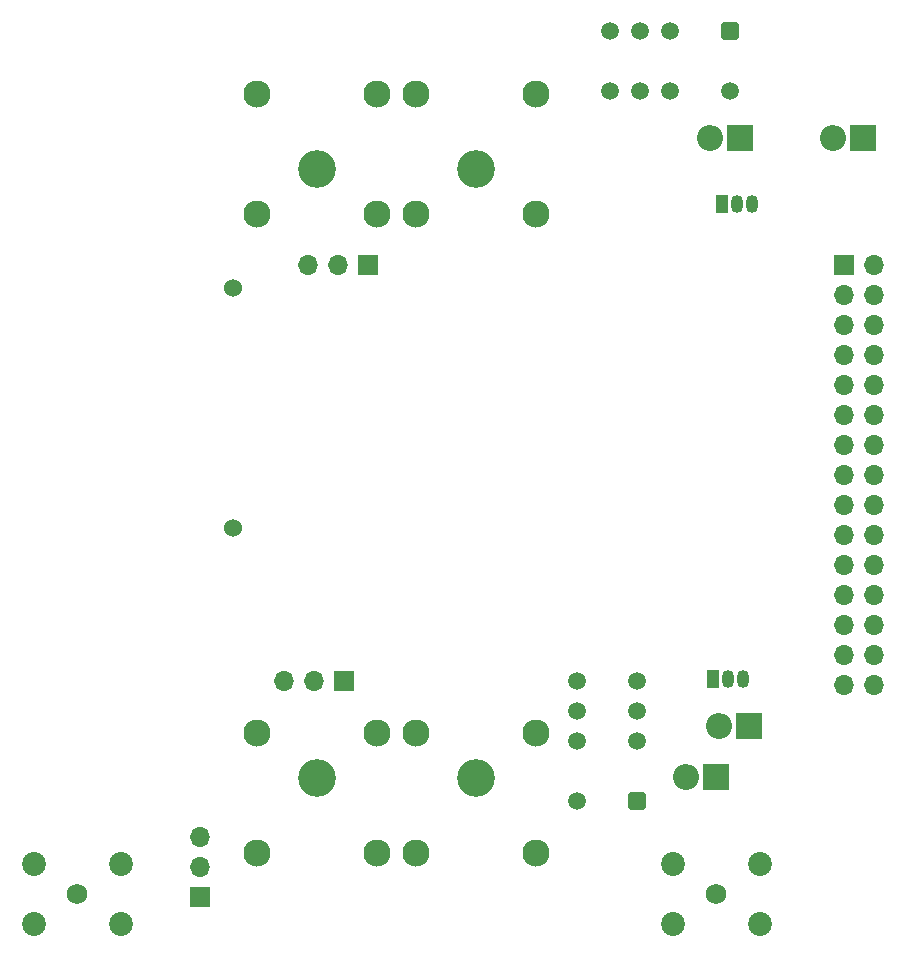
<source format=gbs>
%TF.GenerationSoftware,KiCad,Pcbnew,(6.0.9-0)*%
%TF.CreationDate,2023-03-20T13:18:37-04:00*%
%TF.ProjectId,dad_bod_02,6461645f-626f-4645-9f30-322e6b696361,rev?*%
%TF.SameCoordinates,Original*%
%TF.FileFunction,Soldermask,Bot*%
%TF.FilePolarity,Negative*%
%FSLAX46Y46*%
G04 Gerber Fmt 4.6, Leading zero omitted, Abs format (unit mm)*
G04 Created by KiCad (PCBNEW (6.0.9-0)) date 2023-03-20 13:18:37*
%MOMM*%
%LPD*%
G01*
G04 APERTURE LIST*
G04 Aperture macros list*
%AMRoundRect*
0 Rectangle with rounded corners*
0 $1 Rounding radius*
0 $2 $3 $4 $5 $6 $7 $8 $9 X,Y pos of 4 corners*
0 Add a 4 corners polygon primitive as box body*
4,1,4,$2,$3,$4,$5,$6,$7,$8,$9,$2,$3,0*
0 Add four circle primitives for the rounded corners*
1,1,$1+$1,$2,$3*
1,1,$1+$1,$4,$5*
1,1,$1+$1,$6,$7*
1,1,$1+$1,$8,$9*
0 Add four rect primitives between the rounded corners*
20,1,$1+$1,$2,$3,$4,$5,0*
20,1,$1+$1,$4,$5,$6,$7,0*
20,1,$1+$1,$6,$7,$8,$9,0*
20,1,$1+$1,$8,$9,$2,$3,0*%
G04 Aperture macros list end*
%ADD10C,1.524000*%
%ADD11R,2.200000X2.200000*%
%ADD12O,2.200000X2.200000*%
%ADD13C,3.200000*%
%ADD14C,2.300000*%
%ADD15C,1.755000*%
%ADD16C,2.025000*%
%ADD17R,1.700000X1.700000*%
%ADD18O,1.700000X1.700000*%
%ADD19RoundRect,0.250500X-0.499500X0.499500X-0.499500X-0.499500X0.499500X-0.499500X0.499500X0.499500X0*%
%ADD20C,1.500000*%
%ADD21RoundRect,0.250500X0.499500X0.499500X-0.499500X0.499500X-0.499500X-0.499500X0.499500X-0.499500X0*%
%ADD22R,1.050000X1.500000*%
%ADD23O,1.050000X1.500000*%
G04 APERTURE END LIST*
D10*
X113538000Y-107696000D03*
X113538000Y-87376000D03*
D11*
X166878000Y-74676000D03*
D12*
X164338000Y-74676000D03*
D11*
X157170234Y-124460000D03*
D12*
X154630234Y-124460000D03*
D11*
X156464000Y-74676000D03*
D12*
X153924000Y-74676000D03*
D11*
X154432000Y-128778000D03*
D12*
X151892000Y-128778000D03*
D13*
X134132000Y-77256000D03*
D14*
X139212000Y-81056000D03*
X139212000Y-70896000D03*
X129052000Y-81056000D03*
X129052000Y-70896000D03*
D13*
X120650000Y-77256000D03*
D14*
X125730000Y-70896000D03*
X125730000Y-81056000D03*
X115570000Y-81056000D03*
X115570000Y-70896000D03*
D13*
X134132000Y-128808000D03*
D14*
X139212000Y-125008000D03*
X129052000Y-125008000D03*
X129052000Y-135168000D03*
X139212000Y-135168000D03*
D13*
X120670000Y-128808000D03*
D14*
X115590000Y-135168000D03*
X125750000Y-135168000D03*
X115590000Y-125008000D03*
X125750000Y-125008000D03*
D15*
X100330000Y-138684000D03*
D16*
X104030000Y-141224000D03*
X104030000Y-136144000D03*
X96630000Y-136144000D03*
X96630000Y-141224000D03*
D17*
X124953000Y-85384000D03*
D18*
X122413000Y-85384000D03*
X119873000Y-85384000D03*
D17*
X122936000Y-120650000D03*
D18*
X120396000Y-120650000D03*
X117856000Y-120650000D03*
D19*
X155629500Y-65604500D03*
D20*
X150549500Y-65604500D03*
X148009500Y-65604500D03*
X145469500Y-65604500D03*
X145469500Y-70684500D03*
X148009500Y-70684500D03*
X150549500Y-70684500D03*
X155629500Y-70684500D03*
D21*
X147755500Y-130810000D03*
D20*
X147755500Y-125730000D03*
X147755500Y-123190000D03*
X147755500Y-120650000D03*
X142675500Y-120650000D03*
X142675500Y-123190000D03*
X142675500Y-125730000D03*
X142675500Y-130810000D03*
D22*
X154940000Y-80264000D03*
D23*
X156210000Y-80264000D03*
X157480000Y-80264000D03*
D22*
X154178000Y-120502000D03*
D23*
X155448000Y-120502000D03*
X156718000Y-120502000D03*
D17*
X110744000Y-138938000D03*
D18*
X110744000Y-136398000D03*
X110744000Y-133858000D03*
D17*
X165257500Y-85374000D03*
D18*
X167797500Y-85374000D03*
X165257500Y-87914000D03*
X167797500Y-87914000D03*
X165257500Y-90454000D03*
X167797500Y-90454000D03*
X165257500Y-92994000D03*
X167797500Y-92994000D03*
X165257500Y-95534000D03*
X167797500Y-95534000D03*
X165257500Y-98074000D03*
X167797500Y-98074000D03*
X165257500Y-100614000D03*
X167797500Y-100614000D03*
X165257500Y-103154000D03*
X167797500Y-103154000D03*
X165257500Y-105694000D03*
X167797500Y-105694000D03*
X165257500Y-108234000D03*
X167797500Y-108234000D03*
X165257500Y-110774000D03*
X167797500Y-110774000D03*
X165257500Y-113314000D03*
X167797500Y-113314000D03*
X165257500Y-115854000D03*
X167797500Y-115854000D03*
X165257500Y-118394000D03*
X167797500Y-118394000D03*
X165257500Y-120934000D03*
X167797500Y-120934000D03*
D15*
X154432500Y-138684000D03*
D16*
X158132500Y-141224000D03*
X158132500Y-136144000D03*
X150732500Y-136144000D03*
X150732500Y-141224000D03*
M02*

</source>
